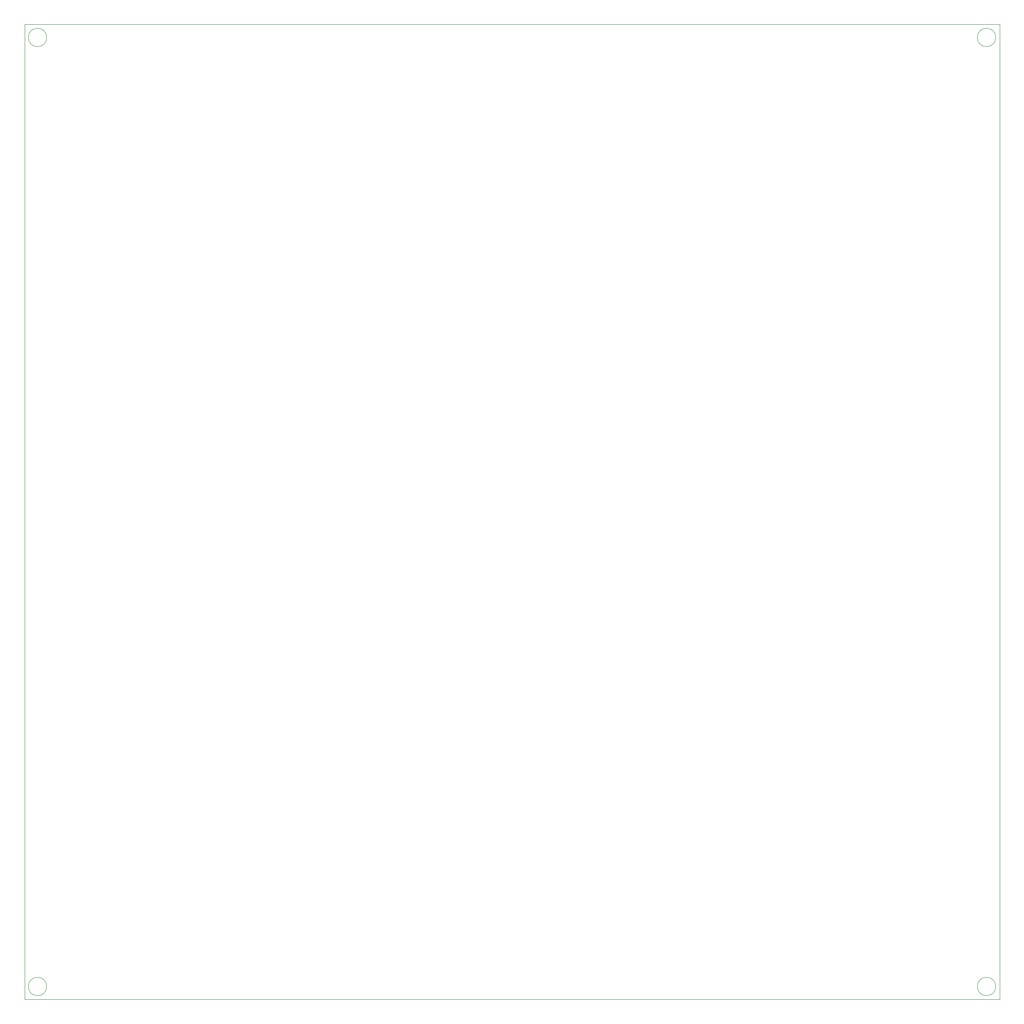
<source format=gbr>
%TF.GenerationSoftware,KiCad,Pcbnew,(5.1.6)-1*%
%TF.CreationDate,2020-12-07T00:16:01-06:00*%
%TF.ProjectId,led_cube,6c65645f-6375-4626-952e-6b696361645f,rev?*%
%TF.SameCoordinates,Original*%
%TF.FileFunction,Profile,NP*%
%FSLAX46Y46*%
G04 Gerber Fmt 4.6, Leading zero omitted, Abs format (unit mm)*
G04 Created by KiCad (PCBNEW (5.1.6)-1) date 2020-12-07 00:16:01*
%MOMM*%
%LPD*%
G01*
G04 APERTURE LIST*
%TA.AperFunction,Profile*%
%ADD10C,0.050000*%
%TD*%
G04 APERTURE END LIST*
D10*
X244366051Y-199390000D02*
G75*
G03*
X244366051Y-199390000I-1796051J0D01*
G01*
X58946051Y-199390000D02*
G75*
G03*
X58946051Y-199390000I-1796051J0D01*
G01*
X58946051Y-13970000D02*
G75*
G03*
X58946051Y-13970000I-1796051J0D01*
G01*
X244366051Y-13970000D02*
G75*
G03*
X244366051Y-13970000I-1796051J0D01*
G01*
X54610000Y-11430000D02*
X245110000Y-11430000D01*
X54610000Y-201930000D02*
X54610000Y-11430000D01*
X245110000Y-201930000D02*
X54610000Y-201930000D01*
X245110000Y-11430000D02*
X245110000Y-201930000D01*
M02*

</source>
